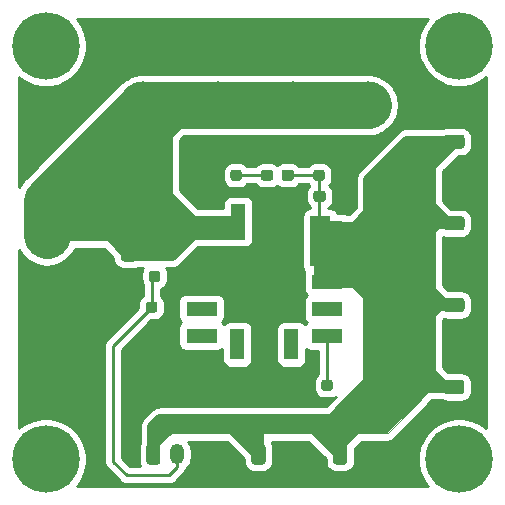
<source format=gtl>
%TF.GenerationSoftware,KiCad,Pcbnew,(5.1.9)-1*%
%TF.CreationDate,2021-06-05T23:50:19+09:00*%
%TF.ProjectId,universal_power_board,756e6976-6572-4736-916c-5f706f776572,rev?*%
%TF.SameCoordinates,Original*%
%TF.FileFunction,Copper,L1,Top*%
%TF.FilePolarity,Positive*%
%FSLAX46Y46*%
G04 Gerber Fmt 4.6, Leading zero omitted, Abs format (unit mm)*
G04 Created by KiCad (PCBNEW (5.1.9)-1) date 2021-06-05 23:50:19*
%MOMM*%
%LPD*%
G01*
G04 APERTURE LIST*
%TA.AperFunction,NonConductor*%
%ADD10C,0.100000*%
%TD*%
%TA.AperFunction,ComponentPad*%
%ADD11C,5.700000*%
%TD*%
%TA.AperFunction,SMDPad,CuDef*%
%ADD12R,1.270000X2.159000*%
%TD*%
%TA.AperFunction,SMDPad,CuDef*%
%ADD13R,2.159000X1.270000*%
%TD*%
%TA.AperFunction,SMDPad,CuDef*%
%ADD14R,1.270000X2.659000*%
%TD*%
%TA.AperFunction,SMDPad,CuDef*%
%ADD15R,2.659000X1.270000*%
%TD*%
%TA.AperFunction,SMDPad,CuDef*%
%ADD16R,1.730000X4.320000*%
%TD*%
%TA.AperFunction,SMDPad,CuDef*%
%ADD17R,3.720000X2.030000*%
%TD*%
%TA.AperFunction,SMDPad,CuDef*%
%ADD18R,4.020000X2.030000*%
%TD*%
%TA.AperFunction,ComponentPad*%
%ADD19C,4.000000*%
%TD*%
%TA.AperFunction,ComponentPad*%
%ADD20R,3.800000X3.800000*%
%TD*%
%TA.AperFunction,ComponentPad*%
%ADD21O,1.200000X1.750000*%
%TD*%
%TA.AperFunction,ComponentPad*%
%ADD22O,1.750000X1.200000*%
%TD*%
%TA.AperFunction,ComponentPad*%
%ADD23C,3.800000*%
%TD*%
%TA.AperFunction,ViaPad*%
%ADD24C,0.800000*%
%TD*%
%TA.AperFunction,Conductor*%
%ADD25C,4.000000*%
%TD*%
%TA.AperFunction,Conductor*%
%ADD26C,1.000000*%
%TD*%
%TA.AperFunction,Conductor*%
%ADD27C,0.250000*%
%TD*%
%TA.AperFunction,Conductor*%
%ADD28C,0.254000*%
%TD*%
%TA.AperFunction,Conductor*%
%ADD29C,0.100000*%
%TD*%
G04 APERTURE END LIST*
D10*
G36*
X129379980Y-85217000D02*
G01*
X125384560Y-85120480D01*
X126753620Y-67899280D01*
X129443480Y-65742820D01*
X129379980Y-85217000D01*
G37*
X129379980Y-85217000D02*
X125384560Y-85120480D01*
X126753620Y-67899280D01*
X129443480Y-65742820D01*
X129379980Y-85217000D01*
G36*
X130703320Y-64942720D02*
G01*
X127238760Y-68480940D01*
X129951480Y-71412100D01*
X126779020Y-74609960D01*
X126949200Y-75674220D01*
X129806700Y-78557120D01*
X126705360Y-81754980D01*
X129928620Y-85242400D01*
X125882400Y-85460840D01*
X121231660Y-90426540D01*
X120456960Y-90307160D01*
X118252240Y-88247220D01*
X114546380Y-88343740D01*
X114424460Y-90766900D01*
X111881920Y-88320880D01*
X107035600Y-88440260D01*
X105704640Y-90063320D01*
X105727500Y-88320880D01*
X121206260Y-87909400D01*
X123921520Y-85145880D01*
X123944380Y-78145640D01*
X122298460Y-76547980D01*
X119705120Y-76426060D01*
X119753380Y-72080120D01*
X122565160Y-71958200D01*
X123774200Y-70479920D01*
X123992640Y-67792600D01*
X126949200Y-64871600D01*
X130703320Y-64942720D01*
G37*
X130703320Y-64942720D02*
X127238760Y-68480940D01*
X129951480Y-71412100D01*
X126779020Y-74609960D01*
X126949200Y-75674220D01*
X129806700Y-78557120D01*
X126705360Y-81754980D01*
X129928620Y-85242400D01*
X125882400Y-85460840D01*
X121231660Y-90426540D01*
X120456960Y-90307160D01*
X118252240Y-88247220D01*
X114546380Y-88343740D01*
X114424460Y-90766900D01*
X111881920Y-88320880D01*
X107035600Y-88440260D01*
X105704640Y-90063320D01*
X105727500Y-88320880D01*
X121206260Y-87909400D01*
X123921520Y-85145880D01*
X123944380Y-78145640D01*
X122298460Y-76547980D01*
X119705120Y-76426060D01*
X119753380Y-72080120D01*
X122565160Y-71958200D01*
X123774200Y-70479920D01*
X123992640Y-67792600D01*
X126949200Y-64871600D01*
X130703320Y-64942720D01*
G36*
X129415540Y-85359240D02*
G01*
X125430280Y-89428320D01*
X106103420Y-89428320D01*
X107094020Y-88237060D01*
X120807480Y-88308180D01*
X124152660Y-85272880D01*
X129415540Y-85359240D01*
G37*
X129415540Y-85359240D02*
X125430280Y-89428320D01*
X106103420Y-89428320D01*
X107094020Y-88237060D01*
X120807480Y-88308180D01*
X124152660Y-85272880D01*
X129415540Y-85359240D01*
G36*
X109621320Y-71038720D02*
G01*
X109639100Y-72966580D01*
X108386880Y-72984360D01*
X108427520Y-71031100D01*
X109621320Y-71038720D01*
G37*
X109621320Y-71038720D02*
X109639100Y-72966580D01*
X108386880Y-72984360D01*
X108427520Y-71031100D01*
X109621320Y-71038720D01*
G36*
X106680000Y-64135000D02*
G01*
X106680000Y-69215000D01*
X109220000Y-71755000D01*
X107315000Y-74295000D01*
X103505000Y-74295000D01*
X101600000Y-72390000D01*
X97790000Y-73025000D01*
X97790000Y-69850000D01*
X104775000Y-62865000D01*
X107315000Y-62865000D01*
X106680000Y-64135000D01*
G37*
X106680000Y-64135000D02*
X106680000Y-69215000D01*
X109220000Y-71755000D01*
X107315000Y-74295000D01*
X103505000Y-74295000D01*
X101600000Y-72390000D01*
X97790000Y-73025000D01*
X97790000Y-69850000D01*
X104775000Y-62865000D01*
X107315000Y-62865000D01*
X106680000Y-64135000D01*
D11*
%TO.P,H3,1*%
%TO.N,N/C*%
X96445001Y-56615001D03*
%TD*%
D12*
%TO.P,U1,3*%
%TO.N,GND*%
X117338670Y-71005300D03*
X114870670Y-71005300D03*
D13*
%TO.P,U1,4*%
%TO.N,+5V*%
X120519000Y-72005000D03*
D12*
%TO.P,U1,2*%
%TO.N,+BATT*%
X112759058Y-71005300D03*
D13*
X109388560Y-72005000D03*
D14*
%TO.P,U1,12*%
%TO.N,Net-(U1-Pad12)*%
X117245130Y-81889410D03*
D15*
%TO.P,U1,11*%
%TO.N,Net-(U1-Pad11)*%
X120269000Y-78863000D03*
%TO.P,U1,10*%
%TO.N,Net-(U1-Pad10)*%
X109638560Y-78863000D03*
%TO.P,U1,9*%
%TO.N,Net-(U1-Pad9)*%
X109638560Y-81153000D03*
D14*
%TO.P,U1,8*%
%TO.N,Net-(U1-Pad8)*%
X112675130Y-81889410D03*
%TO.P,U1,7*%
%TO.N,GND*%
X114965130Y-81889410D03*
D15*
%TO.P,U1,6*%
%TO.N,Net-(R4-Pad1)*%
X120269000Y-81153000D03*
%TO.P,U1,5*%
%TO.N,+5V*%
X120269000Y-76573000D03*
D16*
%TO.P,U1,4*%
X119685130Y-73143000D03*
D17*
%TO.P,U1,3*%
%TO.N,GND*%
X116105130Y-72003000D03*
D18*
%TO.P,U1,2*%
%TO.N,+BATT*%
X111375130Y-72003000D03*
D15*
%TO.P,U1,1*%
%TO.N,GND*%
X109638560Y-76573000D03*
%TD*%
%TO.P,R5,2*%
%TO.N,GND*%
%TA.AperFunction,SMDPad,CuDef*%
G36*
G01*
X111231500Y-67326500D02*
X111231500Y-67801500D01*
G75*
G02*
X110994000Y-68039000I-237500J0D01*
G01*
X110494000Y-68039000D01*
G75*
G02*
X110256500Y-67801500I0J237500D01*
G01*
X110256500Y-67326500D01*
G75*
G02*
X110494000Y-67089000I237500J0D01*
G01*
X110994000Y-67089000D01*
G75*
G02*
X111231500Y-67326500I0J-237500D01*
G01*
G37*
%TD.AperFunction*%
%TO.P,R5,1*%
%TO.N,Net-(D1-Pad1)*%
%TA.AperFunction,SMDPad,CuDef*%
G36*
G01*
X113056500Y-67326500D02*
X113056500Y-67801500D01*
G75*
G02*
X112819000Y-68039000I-237500J0D01*
G01*
X112319000Y-68039000D01*
G75*
G02*
X112081500Y-67801500I0J237500D01*
G01*
X112081500Y-67326500D01*
G75*
G02*
X112319000Y-67089000I237500J0D01*
G01*
X112819000Y-67089000D01*
G75*
G02*
X113056500Y-67326500I0J-237500D01*
G01*
G37*
%TD.AperFunction*%
%TD*%
%TO.P,R4,2*%
%TO.N,GND*%
%TA.AperFunction,SMDPad,CuDef*%
G36*
G01*
X118931500Y-85106500D02*
X118931500Y-85581500D01*
G75*
G02*
X118694000Y-85819000I-237500J0D01*
G01*
X118194000Y-85819000D01*
G75*
G02*
X117956500Y-85581500I0J237500D01*
G01*
X117956500Y-85106500D01*
G75*
G02*
X118194000Y-84869000I237500J0D01*
G01*
X118694000Y-84869000D01*
G75*
G02*
X118931500Y-85106500I0J-237500D01*
G01*
G37*
%TD.AperFunction*%
%TO.P,R4,1*%
%TO.N,Net-(R4-Pad1)*%
%TA.AperFunction,SMDPad,CuDef*%
G36*
G01*
X120756500Y-85106500D02*
X120756500Y-85581500D01*
G75*
G02*
X120519000Y-85819000I-237500J0D01*
G01*
X120019000Y-85819000D01*
G75*
G02*
X119781500Y-85581500I0J237500D01*
G01*
X119781500Y-85106500D01*
G75*
G02*
X120019000Y-84869000I237500J0D01*
G01*
X120519000Y-84869000D01*
G75*
G02*
X120756500Y-85106500I0J-237500D01*
G01*
G37*
%TD.AperFunction*%
%TD*%
%TO.P,R3,2*%
%TO.N,GND*%
%TA.AperFunction,SMDPad,CuDef*%
G36*
G01*
X120924500Y-67801500D02*
X120924500Y-67326500D01*
G75*
G02*
X121162000Y-67089000I237500J0D01*
G01*
X121662000Y-67089000D01*
G75*
G02*
X121899500Y-67326500I0J-237500D01*
G01*
X121899500Y-67801500D01*
G75*
G02*
X121662000Y-68039000I-237500J0D01*
G01*
X121162000Y-68039000D01*
G75*
G02*
X120924500Y-67801500I0J237500D01*
G01*
G37*
%TD.AperFunction*%
%TO.P,R3,1*%
%TO.N,+5V*%
%TA.AperFunction,SMDPad,CuDef*%
G36*
G01*
X119099500Y-67801500D02*
X119099500Y-67326500D01*
G75*
G02*
X119337000Y-67089000I237500J0D01*
G01*
X119837000Y-67089000D01*
G75*
G02*
X120074500Y-67326500I0J-237500D01*
G01*
X120074500Y-67801500D01*
G75*
G02*
X119837000Y-68039000I-237500J0D01*
G01*
X119337000Y-68039000D01*
G75*
G02*
X119099500Y-67801500I0J237500D01*
G01*
G37*
%TD.AperFunction*%
%TD*%
%TO.P,R2,1*%
%TO.N,Net-(J1-Pad2)*%
%TA.AperFunction,SMDPad,CuDef*%
G36*
G01*
X105897500Y-78502500D02*
X105897500Y-78977500D01*
G75*
G02*
X105660000Y-79215000I-237500J0D01*
G01*
X105160000Y-79215000D01*
G75*
G02*
X104922500Y-78977500I0J237500D01*
G01*
X104922500Y-78502500D01*
G75*
G02*
X105160000Y-78265000I237500J0D01*
G01*
X105660000Y-78265000D01*
G75*
G02*
X105897500Y-78502500I0J-237500D01*
G01*
G37*
%TD.AperFunction*%
%TO.P,R2,2*%
%TO.N,GND*%
%TA.AperFunction,SMDPad,CuDef*%
G36*
G01*
X104072500Y-78502500D02*
X104072500Y-78977500D01*
G75*
G02*
X103835000Y-79215000I-237500J0D01*
G01*
X103335000Y-79215000D01*
G75*
G02*
X103097500Y-78977500I0J237500D01*
G01*
X103097500Y-78502500D01*
G75*
G02*
X103335000Y-78265000I237500J0D01*
G01*
X103835000Y-78265000D01*
G75*
G02*
X104072500Y-78502500I0J-237500D01*
G01*
G37*
%TD.AperFunction*%
%TD*%
%TO.P,R1,1*%
%TO.N,+BATT*%
%TA.AperFunction,SMDPad,CuDef*%
G36*
G01*
X105426500Y-73807500D02*
X105901500Y-73807500D01*
G75*
G02*
X106139000Y-74045000I0J-237500D01*
G01*
X106139000Y-74545000D01*
G75*
G02*
X105901500Y-74782500I-237500J0D01*
G01*
X105426500Y-74782500D01*
G75*
G02*
X105189000Y-74545000I0J237500D01*
G01*
X105189000Y-74045000D01*
G75*
G02*
X105426500Y-73807500I237500J0D01*
G01*
G37*
%TD.AperFunction*%
%TO.P,R1,2*%
%TO.N,Net-(J1-Pad2)*%
%TA.AperFunction,SMDPad,CuDef*%
G36*
G01*
X105426500Y-75632500D02*
X105901500Y-75632500D01*
G75*
G02*
X106139000Y-75870000I0J-237500D01*
G01*
X106139000Y-76370000D01*
G75*
G02*
X105901500Y-76607500I-237500J0D01*
G01*
X105426500Y-76607500D01*
G75*
G02*
X105189000Y-76370000I0J237500D01*
G01*
X105189000Y-75870000D01*
G75*
G02*
X105426500Y-75632500I237500J0D01*
G01*
G37*
%TD.AperFunction*%
%TD*%
D19*
%TO.P,J12,2*%
%TO.N,+BATT*%
X123705000Y-61642000D03*
D20*
%TO.P,J12,1*%
%TO.N,GND*%
X123705000Y-56642000D03*
%TD*%
D19*
%TO.P,J11,2*%
%TO.N,+BATT*%
X117355000Y-61642000D03*
D20*
%TO.P,J11,1*%
%TO.N,GND*%
X117355000Y-56642000D03*
%TD*%
D21*
%TO.P,J10,2*%
%TO.N,GND*%
X123376440Y-91191080D03*
%TO.P,J10,1*%
%TO.N,+5V*%
%TA.AperFunction,ComponentPad*%
G36*
G01*
X120776440Y-91816081D02*
X120776440Y-90566079D01*
G75*
G02*
X121026439Y-90316080I249999J0D01*
G01*
X121726441Y-90316080D01*
G75*
G02*
X121976440Y-90566079I0J-249999D01*
G01*
X121976440Y-91816081D01*
G75*
G02*
X121726441Y-92066080I-249999J0D01*
G01*
X121026439Y-92066080D01*
G75*
G02*
X120776440Y-91816081I0J249999D01*
G01*
G37*
%TD.AperFunction*%
%TD*%
%TO.P,J9,2*%
%TO.N,GND*%
X116457480Y-91180920D03*
%TO.P,J9,1*%
%TO.N,+5V*%
%TA.AperFunction,ComponentPad*%
G36*
G01*
X113857480Y-91805921D02*
X113857480Y-90555919D01*
G75*
G02*
X114107479Y-90305920I249999J0D01*
G01*
X114807481Y-90305920D01*
G75*
G02*
X115057480Y-90555919I0J-249999D01*
G01*
X115057480Y-91805921D01*
G75*
G02*
X114807481Y-92055920I-249999J0D01*
G01*
X114107479Y-92055920D01*
G75*
G02*
X113857480Y-91805921I0J249999D01*
G01*
G37*
%TD.AperFunction*%
%TD*%
D22*
%TO.P,J8,2*%
%TO.N,GND*%
X131028440Y-83488780D03*
%TO.P,J8,1*%
%TO.N,+5V*%
%TA.AperFunction,ComponentPad*%
G36*
G01*
X131653441Y-86088780D02*
X130403439Y-86088780D01*
G75*
G02*
X130153440Y-85838781I0J249999D01*
G01*
X130153440Y-85138779D01*
G75*
G02*
X130403439Y-84888780I249999J0D01*
G01*
X131653441Y-84888780D01*
G75*
G02*
X131903440Y-85138779I0J-249999D01*
G01*
X131903440Y-85838781D01*
G75*
G02*
X131653441Y-86088780I-249999J0D01*
G01*
G37*
%TD.AperFunction*%
%TD*%
%TO.P,J7,2*%
%TO.N,GND*%
X131038600Y-76549500D03*
%TO.P,J7,1*%
%TO.N,+5V*%
%TA.AperFunction,ComponentPad*%
G36*
G01*
X131663601Y-79149500D02*
X130413599Y-79149500D01*
G75*
G02*
X130163600Y-78899501I0J249999D01*
G01*
X130163600Y-78199499D01*
G75*
G02*
X130413599Y-77949500I249999J0D01*
G01*
X131663601Y-77949500D01*
G75*
G02*
X131913600Y-78199499I0J-249999D01*
G01*
X131913600Y-78899501D01*
G75*
G02*
X131663601Y-79149500I-249999J0D01*
G01*
G37*
%TD.AperFunction*%
%TD*%
D19*
%TO.P,J6,2*%
%TO.N,+BATT*%
X111005000Y-61642000D03*
D20*
%TO.P,J6,1*%
%TO.N,GND*%
X111005000Y-56642000D03*
%TD*%
D22*
%TO.P,J5,2*%
%TO.N,GND*%
X131030980Y-69633080D03*
%TO.P,J5,1*%
%TO.N,+5V*%
%TA.AperFunction,ComponentPad*%
G36*
G01*
X131655981Y-72233080D02*
X130405979Y-72233080D01*
G75*
G02*
X130155980Y-71983081I0J249999D01*
G01*
X130155980Y-71283079D01*
G75*
G02*
X130405979Y-71033080I249999J0D01*
G01*
X131655981Y-71033080D01*
G75*
G02*
X131905980Y-71283079I0J-249999D01*
G01*
X131905980Y-71983081D01*
G75*
G02*
X131655981Y-72233080I-249999J0D01*
G01*
G37*
%TD.AperFunction*%
%TD*%
%TO.P,J4,2*%
%TO.N,GND*%
X131030980Y-62721740D03*
%TO.P,J4,1*%
%TO.N,+5V*%
%TA.AperFunction,ComponentPad*%
G36*
G01*
X131655981Y-65321740D02*
X130405979Y-65321740D01*
G75*
G02*
X130155980Y-65071741I0J249999D01*
G01*
X130155980Y-64371739D01*
G75*
G02*
X130405979Y-64121740I249999J0D01*
G01*
X131655981Y-64121740D01*
G75*
G02*
X131905980Y-64371739I0J-249999D01*
G01*
X131905980Y-65071741D01*
G75*
G02*
X131655981Y-65321740I-249999J0D01*
G01*
G37*
%TD.AperFunction*%
%TD*%
D19*
%TO.P,J3,2*%
%TO.N,+BATT*%
X104648000Y-61642000D03*
D20*
%TO.P,J3,1*%
%TO.N,GND*%
X104648000Y-56642000D03*
%TD*%
D23*
%TO.P,J2,2*%
%TO.N,+BATT*%
X96520000Y-72644000D03*
D20*
%TO.P,J2,1*%
%TO.N,GND*%
X96520000Y-77644000D03*
%TD*%
D21*
%TO.P,J1,3*%
%TO.N,GND*%
X109564940Y-91180920D03*
%TO.P,J1,2*%
%TO.N,Net-(J1-Pad2)*%
X107564940Y-91180920D03*
%TO.P,J1,1*%
%TO.N,+5V*%
%TA.AperFunction,ComponentPad*%
G36*
G01*
X104964940Y-91805921D02*
X104964940Y-90555919D01*
G75*
G02*
X105214939Y-90305920I249999J0D01*
G01*
X105914941Y-90305920D01*
G75*
G02*
X106164940Y-90555919I0J-249999D01*
G01*
X106164940Y-91805921D01*
G75*
G02*
X105914941Y-92055920I-249999J0D01*
G01*
X105214939Y-92055920D01*
G75*
G02*
X104964940Y-91805921I0J249999D01*
G01*
G37*
%TD.AperFunction*%
%TD*%
D11*
%TO.P,H4,1*%
%TO.N,N/C*%
X131445000Y-91615000D03*
%TD*%
%TO.P,H2,1*%
%TO.N,N/C*%
X131445000Y-56615001D03*
%TD*%
%TO.P,H1,1*%
%TO.N,N/C*%
X96445001Y-91615000D03*
%TD*%
%TO.P,D1,2*%
%TO.N,+5V*%
%TA.AperFunction,SMDPad,CuDef*%
G36*
G01*
X116414000Y-67801500D02*
X116414000Y-67326500D01*
G75*
G02*
X116651500Y-67089000I237500J0D01*
G01*
X117226500Y-67089000D01*
G75*
G02*
X117464000Y-67326500I0J-237500D01*
G01*
X117464000Y-67801500D01*
G75*
G02*
X117226500Y-68039000I-237500J0D01*
G01*
X116651500Y-68039000D01*
G75*
G02*
X116414000Y-67801500I0J237500D01*
G01*
G37*
%TD.AperFunction*%
%TO.P,D1,1*%
%TO.N,Net-(D1-Pad1)*%
%TA.AperFunction,SMDPad,CuDef*%
G36*
G01*
X114664000Y-67801500D02*
X114664000Y-67326500D01*
G75*
G02*
X114901500Y-67089000I237500J0D01*
G01*
X115476500Y-67089000D01*
G75*
G02*
X115714000Y-67326500I0J-237500D01*
G01*
X115714000Y-67801500D01*
G75*
G02*
X115476500Y-68039000I-237500J0D01*
G01*
X114901500Y-68039000D01*
G75*
G02*
X114664000Y-67801500I0J237500D01*
G01*
G37*
%TD.AperFunction*%
%TD*%
%TO.P,C2,2*%
%TO.N,GND*%
%TA.AperFunction,SMDPad,CuDef*%
G36*
G01*
X120859000Y-69579500D02*
X120859000Y-69104500D01*
G75*
G02*
X121096500Y-68867000I237500J0D01*
G01*
X121671500Y-68867000D01*
G75*
G02*
X121909000Y-69104500I0J-237500D01*
G01*
X121909000Y-69579500D01*
G75*
G02*
X121671500Y-69817000I-237500J0D01*
G01*
X121096500Y-69817000D01*
G75*
G02*
X120859000Y-69579500I0J237500D01*
G01*
G37*
%TD.AperFunction*%
%TO.P,C2,1*%
%TO.N,+5V*%
%TA.AperFunction,SMDPad,CuDef*%
G36*
G01*
X119109000Y-69579500D02*
X119109000Y-69104500D01*
G75*
G02*
X119346500Y-68867000I237500J0D01*
G01*
X119921500Y-68867000D01*
G75*
G02*
X120159000Y-69104500I0J-237500D01*
G01*
X120159000Y-69579500D01*
G75*
G02*
X119921500Y-69817000I-237500J0D01*
G01*
X119346500Y-69817000D01*
G75*
G02*
X119109000Y-69579500I0J237500D01*
G01*
G37*
%TD.AperFunction*%
%TD*%
%TO.P,C1,1*%
%TO.N,+BATT*%
%TA.AperFunction,SMDPad,CuDef*%
G36*
G01*
X103054999Y-73720000D02*
X103955001Y-73720000D01*
G75*
G02*
X104205000Y-73969999I0J-249999D01*
G01*
X104205000Y-74620001D01*
G75*
G02*
X103955001Y-74870000I-249999J0D01*
G01*
X103054999Y-74870000D01*
G75*
G02*
X102805000Y-74620001I0J249999D01*
G01*
X102805000Y-73969999D01*
G75*
G02*
X103054999Y-73720000I249999J0D01*
G01*
G37*
%TD.AperFunction*%
%TO.P,C1,2*%
%TO.N,GND*%
%TA.AperFunction,SMDPad,CuDef*%
G36*
G01*
X103054999Y-75770000D02*
X103955001Y-75770000D01*
G75*
G02*
X104205000Y-76019999I0J-249999D01*
G01*
X104205000Y-76670001D01*
G75*
G02*
X103955001Y-76920000I-249999J0D01*
G01*
X103054999Y-76920000D01*
G75*
G02*
X102805000Y-76670001I0J249999D01*
G01*
X102805000Y-76019999D01*
G75*
G02*
X103054999Y-75770000I249999J0D01*
G01*
G37*
%TD.AperFunction*%
%TD*%
D24*
%TO.N,GND*%
X112920780Y-75250040D03*
X114825780Y-75250040D03*
X116730780Y-75250040D03*
X116730780Y-77155040D03*
X114825780Y-77155040D03*
X112920780Y-77155040D03*
X112920780Y-79060040D03*
X114825780Y-79060040D03*
X116730780Y-79060040D03*
%TO.N,+BATT*%
X102870000Y-66040000D03*
X100965000Y-66040000D03*
X100965000Y-67945000D03*
X100965000Y-64135000D03*
X102870000Y-64135000D03*
X99060000Y-69850000D03*
X99060000Y-67945000D03*
X99060000Y-66040000D03*
X97155000Y-67945000D03*
X97155000Y-69850000D03*
X104775000Y-64135000D03*
X106680000Y-64135000D03*
X104775000Y-69850000D03*
X102870000Y-71755000D03*
X104775000Y-71755000D03*
X100965000Y-71755000D03*
X100965000Y-69850000D03*
X102870000Y-69850000D03*
X102870000Y-67945000D03*
X104775000Y-67945000D03*
X104775000Y-66040000D03*
X106680000Y-66040000D03*
X106680000Y-67945000D03*
X106680000Y-69850000D03*
X106680000Y-71755000D03*
%TO.N,+5V*%
X126730000Y-69850000D03*
X124825000Y-69850000D03*
X124825000Y-67945000D03*
X126730000Y-67945000D03*
X126730000Y-71755000D03*
X124825000Y-71755000D03*
X124825000Y-73660000D03*
X126730000Y-73660000D03*
X124825000Y-77470000D03*
X124825000Y-81280000D03*
X126730000Y-81280000D03*
X126730000Y-79375000D03*
X124825000Y-79375000D03*
X126730000Y-77470000D03*
X126730000Y-75565000D03*
X124825000Y-75565000D03*
X124825000Y-83185000D03*
X126730000Y-83185000D03*
X126730000Y-85090000D03*
X124825000Y-85090000D03*
%TD*%
D25*
%TO.N,GND*%
X123825000Y-56642000D02*
X104648000Y-56642000D01*
D26*
%TO.N,+BATT*%
X101854000Y-72644000D02*
X103505000Y-74295000D01*
X103505000Y-74295000D02*
X105664000Y-74295000D01*
X107098560Y-74295000D02*
X109388560Y-72005000D01*
X105664000Y-74295000D02*
X107098560Y-74295000D01*
X96520000Y-72644000D02*
X101854000Y-72644000D01*
X106680000Y-69296440D02*
X109388560Y-72005000D01*
X106680000Y-64135000D02*
X106680000Y-69296440D01*
X111125000Y-61642000D02*
X109173000Y-61642000D01*
D25*
X96520000Y-69770000D02*
X104648000Y-61642000D01*
X96520000Y-72644000D02*
X96520000Y-69770000D01*
D26*
X102870000Y-67945000D02*
X102870000Y-66040000D01*
X102870000Y-66040000D02*
X104775000Y-66040000D01*
X104775000Y-66040000D02*
X104775000Y-69850000D01*
X101470460Y-67945000D02*
X100965000Y-67945000D01*
X102870000Y-69344540D02*
X101470460Y-67945000D01*
X100965000Y-67945000D02*
X100965000Y-69850000D01*
X102870000Y-69850000D02*
X102870000Y-68531740D01*
X102870000Y-68531740D02*
X102870000Y-69344540D01*
X102870000Y-67945000D02*
X102870000Y-68531740D01*
X109173000Y-61642000D02*
X106680000Y-64135000D01*
D25*
X104648000Y-61642000D02*
X123705000Y-61642000D01*
D27*
%TO.N,+5V*%
X116939000Y-67564000D02*
X119587000Y-67564000D01*
X119587000Y-73044870D02*
X119685130Y-73143000D01*
X119587000Y-67564000D02*
X119587000Y-73044870D01*
X120519000Y-72309130D02*
X119685130Y-73143000D01*
X120519000Y-72005000D02*
X120519000Y-72309130D01*
D26*
X123825000Y-77799500D02*
X123825000Y-85090000D01*
X122598500Y-76573000D02*
X123825000Y-77799500D01*
X120269000Y-76573000D02*
X122598500Y-76573000D01*
X119685130Y-75989130D02*
X120269000Y-76573000D01*
X119685130Y-73143000D02*
X119685130Y-75989130D01*
X123825000Y-70778500D02*
X122598500Y-72005000D01*
X122598500Y-72005000D02*
X120519000Y-72005000D01*
X123825000Y-67945000D02*
X123825000Y-70778500D01*
X127048260Y-64721740D02*
X123825000Y-67945000D01*
X131030980Y-64721740D02*
X127048260Y-64721740D01*
X126851920Y-71633080D02*
X126730000Y-71755000D01*
X124575000Y-78549500D02*
X123825000Y-77799500D01*
X131038600Y-78549500D02*
X124575000Y-78549500D01*
X124223780Y-85488780D02*
X123825000Y-85090000D01*
X126730000Y-69022720D02*
X131030980Y-64721740D01*
X126730000Y-82065340D02*
X126730000Y-76768200D01*
X130153440Y-85488780D02*
X126730000Y-82065340D01*
X131028440Y-85488780D02*
X130153440Y-85488780D01*
X126730000Y-75115900D02*
X126730000Y-73483980D01*
X130163600Y-78549500D02*
X126730000Y-75115900D01*
X131038600Y-78549500D02*
X130163600Y-78549500D01*
X126730000Y-73483980D02*
X126730000Y-69022720D01*
X129776220Y-78549500D02*
X126730000Y-81595720D01*
X131038600Y-78549500D02*
X129776220Y-78549500D01*
X126730000Y-81595720D02*
X126730000Y-76768200D01*
X126730000Y-85090000D02*
X126730000Y-81595720D01*
X126730000Y-74465940D02*
X126730000Y-73483980D01*
X126730000Y-76768200D02*
X126730000Y-74465940D01*
X105564940Y-90305920D02*
X107605860Y-88265000D01*
X105564940Y-91180920D02*
X105564940Y-90305920D01*
X114457480Y-88325960D02*
X114396520Y-88265000D01*
X114457480Y-91180920D02*
X114457480Y-88325960D01*
X122722640Y-86192360D02*
X123825000Y-85090000D01*
X121376440Y-87538560D02*
X122722640Y-86192360D01*
X121376440Y-91191080D02*
X121376440Y-87538560D01*
X120650000Y-88265000D02*
X123825000Y-85090000D01*
X118790720Y-88605360D02*
X118790720Y-88265000D01*
X121376440Y-91191080D02*
X118790720Y-88605360D01*
X118790720Y-88265000D02*
X120650000Y-88265000D01*
X111541560Y-88265000D02*
X111439960Y-88265000D01*
X114457480Y-91180920D02*
X111541560Y-88265000D01*
X111439960Y-88265000D02*
X114396520Y-88265000D01*
X107605860Y-88265000D02*
X111439960Y-88265000D01*
X105564940Y-91180920D02*
X105564940Y-88859360D01*
X106159300Y-88265000D02*
X107605860Y-88265000D01*
X105564940Y-88859360D02*
X106159300Y-88265000D01*
X126203740Y-85488780D02*
X126598680Y-85488780D01*
X121376440Y-90316080D02*
X126203740Y-85488780D01*
X121376440Y-91191080D02*
X121376440Y-90316080D01*
X126598680Y-85488780D02*
X124223780Y-85488780D01*
X131028440Y-85488780D02*
X126598680Y-85488780D01*
X114396520Y-88265000D02*
X118790720Y-88265000D01*
X131030980Y-71633080D02*
X130418080Y-71633080D01*
X131030980Y-71633080D02*
X129562860Y-71633080D01*
X129562860Y-71633080D02*
X126730000Y-74465940D01*
X131030980Y-71633080D02*
X126851920Y-71633080D01*
X130418080Y-71633080D02*
X126730000Y-67945000D01*
D27*
%TO.N,Net-(D1-Pad1)*%
X115189000Y-67564000D02*
X112569000Y-67564000D01*
%TO.N,Net-(J1-Pad2)*%
X105410000Y-76374000D02*
X105664000Y-76120000D01*
X105410000Y-78740000D02*
X105410000Y-76374000D01*
X102141020Y-82008980D02*
X105410000Y-78740000D01*
X107564940Y-92305920D02*
X106906860Y-92964000D01*
X107564940Y-91180920D02*
X107564940Y-92305920D01*
X106906860Y-92964000D02*
X103291640Y-92964000D01*
X102141020Y-91813380D02*
X102141020Y-88988900D01*
X103291640Y-92964000D02*
X102141020Y-91813380D01*
X102141020Y-88988900D02*
X102141020Y-82008980D01*
X102141020Y-89265760D02*
X102141020Y-88988900D01*
%TO.N,Net-(R4-Pad1)*%
X120269000Y-81153000D02*
X120269000Y-85344000D01*
%TD*%
D28*
%TO.N,GND*%
X128738024Y-54393443D02*
X128356633Y-54964235D01*
X128093927Y-55598464D01*
X127960000Y-56271759D01*
X127960000Y-56958243D01*
X128093927Y-57631538D01*
X128356633Y-58265767D01*
X128738024Y-58836559D01*
X129223442Y-59321977D01*
X129794234Y-59703368D01*
X130428463Y-59966074D01*
X131101758Y-60100001D01*
X131788242Y-60100001D01*
X132461537Y-59966074D01*
X133095766Y-59703368D01*
X133666558Y-59321977D01*
X133710000Y-59278535D01*
X133710001Y-88951467D01*
X133666558Y-88908024D01*
X133095766Y-88526633D01*
X132461537Y-88263927D01*
X131788242Y-88130000D01*
X131101758Y-88130000D01*
X130428463Y-88263927D01*
X129794234Y-88526633D01*
X129223442Y-88908024D01*
X128738024Y-89393442D01*
X128356633Y-89964234D01*
X128093927Y-90598463D01*
X127960000Y-91271758D01*
X127960000Y-91958242D01*
X128093927Y-92631537D01*
X128356633Y-93265766D01*
X128738024Y-93836558D01*
X128781466Y-93880000D01*
X99108535Y-93880000D01*
X99151977Y-93836558D01*
X99533368Y-93265766D01*
X99796074Y-92631537D01*
X99930001Y-91958242D01*
X99930001Y-91271758D01*
X99796074Y-90598463D01*
X99533368Y-89964234D01*
X99151977Y-89393442D01*
X98666559Y-88908024D01*
X98095767Y-88526633D01*
X97461538Y-88263927D01*
X96788243Y-88130000D01*
X96101759Y-88130000D01*
X95428464Y-88263927D01*
X94794235Y-88526633D01*
X94223443Y-88908024D01*
X94180001Y-88951466D01*
X94180001Y-73855939D01*
X94318477Y-74115010D01*
X94647759Y-74516241D01*
X95048989Y-74845523D01*
X95506750Y-75090201D01*
X96003450Y-75240873D01*
X96520000Y-75291749D01*
X97036549Y-75240873D01*
X97533249Y-75090201D01*
X97991010Y-74845523D01*
X98392241Y-74516241D01*
X98721523Y-74115011D01*
X98901124Y-73779000D01*
X101383869Y-73779000D01*
X102166928Y-74562060D01*
X102166928Y-74620001D01*
X102183992Y-74793255D01*
X102234528Y-74959851D01*
X102316595Y-75113387D01*
X102427038Y-75247962D01*
X102561613Y-75358405D01*
X102715149Y-75440472D01*
X102881745Y-75491008D01*
X103054999Y-75508072D01*
X103955001Y-75508072D01*
X104128255Y-75491008D01*
X104294851Y-75440472D01*
X104314443Y-75430000D01*
X104673664Y-75430000D01*
X104617577Y-75534933D01*
X104567752Y-75699184D01*
X104550928Y-75870000D01*
X104550928Y-76370000D01*
X104567752Y-76540816D01*
X104617577Y-76705067D01*
X104650001Y-76765728D01*
X104650000Y-77793821D01*
X104540877Y-77883377D01*
X104431988Y-78016058D01*
X104351077Y-78167433D01*
X104301252Y-78331684D01*
X104284428Y-78502500D01*
X104284428Y-78790770D01*
X101630018Y-81445181D01*
X101601020Y-81468979D01*
X101577222Y-81497977D01*
X101577221Y-81497978D01*
X101506046Y-81584704D01*
X101435474Y-81716734D01*
X101392018Y-81859995D01*
X101377344Y-82008980D01*
X101381021Y-82046312D01*
X101381020Y-88951567D01*
X101381020Y-89303092D01*
X101381021Y-89303101D01*
X101381020Y-91776057D01*
X101377344Y-91813380D01*
X101381020Y-91850702D01*
X101381020Y-91850712D01*
X101392017Y-91962365D01*
X101425856Y-92073918D01*
X101435474Y-92105626D01*
X101506046Y-92237656D01*
X101532120Y-92269427D01*
X101601019Y-92353381D01*
X101630022Y-92377183D01*
X102727845Y-93475008D01*
X102751639Y-93504001D01*
X102780632Y-93527795D01*
X102780636Y-93527799D01*
X102851325Y-93585811D01*
X102867364Y-93598974D01*
X102999393Y-93669546D01*
X103142654Y-93713003D01*
X103254307Y-93724000D01*
X103254316Y-93724000D01*
X103291639Y-93727676D01*
X103328962Y-93724000D01*
X106869538Y-93724000D01*
X106906860Y-93727676D01*
X106944182Y-93724000D01*
X106944193Y-93724000D01*
X107055846Y-93713003D01*
X107199107Y-93669546D01*
X107331136Y-93598974D01*
X107446861Y-93504001D01*
X107470663Y-93474998D01*
X108075942Y-92869720D01*
X108104941Y-92845921D01*
X108199914Y-92730196D01*
X108270486Y-92598167D01*
X108313943Y-92454906D01*
X108315660Y-92437469D01*
X108442442Y-92333422D01*
X108596773Y-92145369D01*
X108711451Y-91930820D01*
X108782070Y-91698021D01*
X108799940Y-91516584D01*
X108799940Y-90845255D01*
X108782070Y-90663818D01*
X108711451Y-90431019D01*
X108596773Y-90216471D01*
X108512119Y-90113320D01*
X111784748Y-90113320D01*
X113219408Y-91547981D01*
X113219408Y-91805921D01*
X113236472Y-91979175D01*
X113287008Y-92145771D01*
X113369075Y-92299307D01*
X113479518Y-92433882D01*
X113614093Y-92544325D01*
X113767629Y-92626392D01*
X113934225Y-92676928D01*
X114107479Y-92693992D01*
X114807481Y-92693992D01*
X114980735Y-92676928D01*
X115147331Y-92626392D01*
X115300867Y-92544325D01*
X115435442Y-92433882D01*
X115545885Y-92299307D01*
X115627952Y-92145771D01*
X115678488Y-91979175D01*
X115695552Y-91805921D01*
X115695552Y-90555919D01*
X115678488Y-90382665D01*
X115627952Y-90216069D01*
X115592480Y-90149706D01*
X115592480Y-90113320D01*
X118693549Y-90113320D01*
X120138368Y-91558140D01*
X120138368Y-91816081D01*
X120155432Y-91989335D01*
X120205968Y-92155931D01*
X120288035Y-92309467D01*
X120398478Y-92444042D01*
X120533053Y-92554485D01*
X120686589Y-92636552D01*
X120853185Y-92687088D01*
X121026439Y-92704152D01*
X121726441Y-92704152D01*
X121899695Y-92687088D01*
X122066291Y-92636552D01*
X122219827Y-92554485D01*
X122354402Y-92444042D01*
X122464845Y-92309467D01*
X122546912Y-92155931D01*
X122597448Y-91989335D01*
X122614512Y-91816081D01*
X122614512Y-90683139D01*
X123184331Y-90113320D01*
X125430280Y-90113320D01*
X125494762Y-90106997D01*
X125563287Y-90100283D01*
X125563310Y-90100276D01*
X125563331Y-90100274D01*
X125628071Y-90080728D01*
X125691272Y-90061651D01*
X125691292Y-90061640D01*
X125691313Y-90061634D01*
X125751867Y-90029437D01*
X125809315Y-89998896D01*
X125809332Y-89998882D01*
X125809353Y-89998871D01*
X125870950Y-89948634D01*
X125912922Y-89914407D01*
X125912948Y-89914381D01*
X125912954Y-89914376D01*
X125912960Y-89914369D01*
X125919662Y-89907621D01*
X129135858Y-86623780D01*
X129997226Y-86623780D01*
X130063589Y-86659252D01*
X130230185Y-86709788D01*
X130403439Y-86726852D01*
X131653441Y-86726852D01*
X131826695Y-86709788D01*
X131993291Y-86659252D01*
X132146827Y-86577185D01*
X132281402Y-86466742D01*
X132391845Y-86332167D01*
X132473912Y-86178631D01*
X132524448Y-86012035D01*
X132541512Y-85838781D01*
X132541512Y-85138779D01*
X132524448Y-84965525D01*
X132473912Y-84798929D01*
X132391845Y-84645393D01*
X132281402Y-84510818D01*
X132146827Y-84400375D01*
X131993291Y-84318308D01*
X131826695Y-84267772D01*
X131653441Y-84250708D01*
X130520500Y-84250708D01*
X130069604Y-83799813D01*
X130082489Y-79848364D01*
X130178964Y-79751888D01*
X130240345Y-79770508D01*
X130413599Y-79787572D01*
X131663601Y-79787572D01*
X131836855Y-79770508D01*
X132003451Y-79719972D01*
X132156987Y-79637905D01*
X132291562Y-79527462D01*
X132402005Y-79392887D01*
X132484072Y-79239351D01*
X132534608Y-79072755D01*
X132551672Y-78899501D01*
X132551672Y-78199499D01*
X132534608Y-78026245D01*
X132484072Y-77859649D01*
X132402005Y-77706113D01*
X132291562Y-77571538D01*
X132156987Y-77461095D01*
X132003451Y-77379028D01*
X131836855Y-77328492D01*
X131663601Y-77311428D01*
X130530661Y-77311428D01*
X130092191Y-76872958D01*
X130105421Y-72815471D01*
X130232725Y-72854088D01*
X130405979Y-72871152D01*
X131655981Y-72871152D01*
X131829235Y-72854088D01*
X131995831Y-72803552D01*
X132149367Y-72721485D01*
X132283942Y-72611042D01*
X132394385Y-72476467D01*
X132476452Y-72322931D01*
X132526988Y-72156335D01*
X132544052Y-71983081D01*
X132544052Y-71283079D01*
X132526988Y-71109825D01*
X132476452Y-70943229D01*
X132394385Y-70789693D01*
X132283942Y-70655118D01*
X132149367Y-70544675D01*
X131995831Y-70462608D01*
X131829235Y-70412072D01*
X131655981Y-70395008D01*
X130785140Y-70395008D01*
X130115497Y-69725366D01*
X130123620Y-67234231D01*
X131398040Y-65959812D01*
X131655981Y-65959812D01*
X131829235Y-65942748D01*
X131995831Y-65892212D01*
X132149367Y-65810145D01*
X132283942Y-65699702D01*
X132394385Y-65565127D01*
X132476452Y-65411591D01*
X132526988Y-65244995D01*
X132544052Y-65071741D01*
X132544052Y-64371739D01*
X132526988Y-64198485D01*
X132476452Y-64031889D01*
X132394385Y-63878353D01*
X132283942Y-63743778D01*
X132149367Y-63633335D01*
X131995831Y-63551268D01*
X131829235Y-63500732D01*
X131655981Y-63483668D01*
X130405979Y-63483668D01*
X130232725Y-63500732D01*
X130066129Y-63551268D01*
X129999766Y-63586740D01*
X127104011Y-63586740D01*
X127048259Y-63581249D01*
X126992508Y-63586740D01*
X126825761Y-63603163D01*
X126611813Y-63668064D01*
X126414637Y-63773456D01*
X126241811Y-63915291D01*
X126206269Y-63958599D01*
X123061865Y-67103004D01*
X123018551Y-67138551D01*
X122876716Y-67311377D01*
X122792624Y-67468704D01*
X122771324Y-67508554D01*
X122706423Y-67722502D01*
X122684509Y-67945000D01*
X122690000Y-68000751D01*
X122690001Y-70308367D01*
X122128369Y-70870000D01*
X121990204Y-70870000D01*
X121952994Y-70839463D01*
X121842680Y-70780498D01*
X121722982Y-70744188D01*
X121598500Y-70731928D01*
X121135948Y-70731928D01*
X121080667Y-70628506D01*
X121001315Y-70531815D01*
X120904624Y-70452463D01*
X120794310Y-70393498D01*
X120674612Y-70357188D01*
X120550130Y-70344928D01*
X120347000Y-70344928D01*
X120347000Y-70340086D01*
X120407942Y-70307512D01*
X120540623Y-70198623D01*
X120649512Y-70065942D01*
X120730423Y-69914567D01*
X120780248Y-69750316D01*
X120797072Y-69579500D01*
X120797072Y-69104500D01*
X120780248Y-68933684D01*
X120730423Y-68769433D01*
X120649512Y-68618058D01*
X120540623Y-68485377D01*
X120458376Y-68417878D01*
X120565012Y-68287942D01*
X120645923Y-68136567D01*
X120695748Y-67972316D01*
X120712572Y-67801500D01*
X120712572Y-67326500D01*
X120695748Y-67155684D01*
X120645923Y-66991433D01*
X120565012Y-66840058D01*
X120456123Y-66707377D01*
X120323442Y-66598488D01*
X120172067Y-66517577D01*
X120007816Y-66467752D01*
X119837000Y-66450928D01*
X119337000Y-66450928D01*
X119166184Y-66467752D01*
X119001933Y-66517577D01*
X118850558Y-66598488D01*
X118717877Y-66707377D01*
X118638580Y-66804000D01*
X117924920Y-66804000D01*
X117845623Y-66707377D01*
X117712942Y-66598488D01*
X117561567Y-66517577D01*
X117397316Y-66467752D01*
X117226500Y-66450928D01*
X116651500Y-66450928D01*
X116480684Y-66467752D01*
X116316433Y-66517577D01*
X116165058Y-66598488D01*
X116064000Y-66681425D01*
X115962942Y-66598488D01*
X115811567Y-66517577D01*
X115647316Y-66467752D01*
X115476500Y-66450928D01*
X114901500Y-66450928D01*
X114730684Y-66467752D01*
X114566433Y-66517577D01*
X114415058Y-66598488D01*
X114282377Y-66707377D01*
X114203080Y-66804000D01*
X113517420Y-66804000D01*
X113438123Y-66707377D01*
X113305442Y-66598488D01*
X113154067Y-66517577D01*
X112989816Y-66467752D01*
X112819000Y-66450928D01*
X112319000Y-66450928D01*
X112148184Y-66467752D01*
X111983933Y-66517577D01*
X111832558Y-66598488D01*
X111699877Y-66707377D01*
X111590988Y-66840058D01*
X111510077Y-66991433D01*
X111460252Y-67155684D01*
X111443428Y-67326500D01*
X111443428Y-67801500D01*
X111460252Y-67972316D01*
X111510077Y-68136567D01*
X111590988Y-68287942D01*
X111699877Y-68420623D01*
X111832558Y-68529512D01*
X111983933Y-68610423D01*
X112148184Y-68660248D01*
X112319000Y-68677072D01*
X112819000Y-68677072D01*
X112989816Y-68660248D01*
X113154067Y-68610423D01*
X113305442Y-68529512D01*
X113438123Y-68420623D01*
X113517420Y-68324000D01*
X114203080Y-68324000D01*
X114282377Y-68420623D01*
X114415058Y-68529512D01*
X114566433Y-68610423D01*
X114730684Y-68660248D01*
X114901500Y-68677072D01*
X115476500Y-68677072D01*
X115647316Y-68660248D01*
X115811567Y-68610423D01*
X115962942Y-68529512D01*
X116064000Y-68446575D01*
X116165058Y-68529512D01*
X116316433Y-68610423D01*
X116480684Y-68660248D01*
X116651500Y-68677072D01*
X117226500Y-68677072D01*
X117397316Y-68660248D01*
X117561567Y-68610423D01*
X117712942Y-68529512D01*
X117845623Y-68420623D01*
X117924920Y-68324000D01*
X118638580Y-68324000D01*
X118717877Y-68420623D01*
X118762078Y-68456898D01*
X118727377Y-68485377D01*
X118618488Y-68618058D01*
X118537577Y-68769433D01*
X118487752Y-68933684D01*
X118470928Y-69104500D01*
X118470928Y-69579500D01*
X118487752Y-69750316D01*
X118537577Y-69914567D01*
X118618488Y-70065942D01*
X118727377Y-70198623D01*
X118827000Y-70280382D01*
X118827001Y-70344928D01*
X118820130Y-70344928D01*
X118695648Y-70357188D01*
X118575950Y-70393498D01*
X118465636Y-70452463D01*
X118368945Y-70531815D01*
X118289593Y-70628506D01*
X118230628Y-70738820D01*
X118194318Y-70858518D01*
X118182058Y-70983000D01*
X118182058Y-75303000D01*
X118194318Y-75427482D01*
X118230628Y-75547180D01*
X118289593Y-75657494D01*
X118341742Y-75721038D01*
X118313688Y-75813518D01*
X118301428Y-75938000D01*
X118301428Y-77208000D01*
X118313688Y-77332482D01*
X118349998Y-77452180D01*
X118408963Y-77562494D01*
X118488315Y-77659185D01*
X118559982Y-77718000D01*
X118488315Y-77776815D01*
X118408963Y-77873506D01*
X118349998Y-77983820D01*
X118313688Y-78103518D01*
X118301428Y-78228000D01*
X118301428Y-79498000D01*
X118313688Y-79622482D01*
X118349998Y-79742180D01*
X118408963Y-79852494D01*
X118488315Y-79949185D01*
X118559982Y-80008000D01*
X118488315Y-80066815D01*
X118408963Y-80163506D01*
X118396069Y-80187628D01*
X118331315Y-80108725D01*
X118234624Y-80029373D01*
X118124310Y-79970408D01*
X118004612Y-79934098D01*
X117880130Y-79921838D01*
X116610130Y-79921838D01*
X116485648Y-79934098D01*
X116365950Y-79970408D01*
X116255636Y-80029373D01*
X116158945Y-80108725D01*
X116079593Y-80205416D01*
X116020628Y-80315730D01*
X115984318Y-80435428D01*
X115972058Y-80559910D01*
X115972058Y-83218910D01*
X115984318Y-83343392D01*
X116020628Y-83463090D01*
X116079593Y-83573404D01*
X116158945Y-83670095D01*
X116255636Y-83749447D01*
X116365950Y-83808412D01*
X116485648Y-83844722D01*
X116610130Y-83856982D01*
X117880130Y-83856982D01*
X118004612Y-83844722D01*
X118124310Y-83808412D01*
X118234624Y-83749447D01*
X118331315Y-83670095D01*
X118410667Y-83573404D01*
X118469632Y-83463090D01*
X118505942Y-83343392D01*
X118518202Y-83218910D01*
X118518202Y-82263713D01*
X118585006Y-82318537D01*
X118695320Y-82377502D01*
X118815018Y-82413812D01*
X118939500Y-82426072D01*
X119509000Y-82426072D01*
X119509001Y-84397821D01*
X119399877Y-84487377D01*
X119290988Y-84620058D01*
X119210077Y-84771433D01*
X119160252Y-84935684D01*
X119143428Y-85106500D01*
X119143428Y-85581500D01*
X119160252Y-85752316D01*
X119210077Y-85916567D01*
X119290988Y-86067942D01*
X119399877Y-86200623D01*
X119532558Y-86309512D01*
X119683933Y-86390423D01*
X119848184Y-86440248D01*
X120019000Y-86457072D01*
X120519000Y-86457072D01*
X120689816Y-86440248D01*
X120854067Y-86390423D01*
X120994517Y-86315351D01*
X120613299Y-86696570D01*
X120569992Y-86732111D01*
X120534452Y-86775417D01*
X120179869Y-87130000D01*
X118846472Y-87130000D01*
X118790720Y-87124509D01*
X118734969Y-87130000D01*
X114452271Y-87130000D01*
X114396520Y-87124509D01*
X114340769Y-87130000D01*
X111597311Y-87130000D01*
X111541560Y-87124509D01*
X111485809Y-87130000D01*
X107661612Y-87130000D01*
X107605860Y-87124509D01*
X107550108Y-87130000D01*
X106215051Y-87130000D01*
X106159300Y-87124509D01*
X106103548Y-87130000D01*
X105936801Y-87146423D01*
X105722853Y-87211324D01*
X105525677Y-87316716D01*
X105352851Y-87458551D01*
X105317304Y-87501865D01*
X104801800Y-88017369D01*
X104758492Y-88052911D01*
X104616657Y-88225737D01*
X104568136Y-88316514D01*
X104511264Y-88422914D01*
X104446363Y-88636862D01*
X104424449Y-88859360D01*
X104429941Y-88915121D01*
X104429940Y-90149705D01*
X104394468Y-90216069D01*
X104343932Y-90382665D01*
X104326868Y-90555919D01*
X104326868Y-91805921D01*
X104343932Y-91979175D01*
X104394468Y-92145771D01*
X104425592Y-92204000D01*
X103606443Y-92204000D01*
X102901020Y-91498579D01*
X102901020Y-82323781D01*
X105371730Y-79853072D01*
X105660000Y-79853072D01*
X105830816Y-79836248D01*
X105995067Y-79786423D01*
X106146442Y-79705512D01*
X106279123Y-79596623D01*
X106388012Y-79463942D01*
X106468923Y-79312567D01*
X106518748Y-79148316D01*
X106535572Y-78977500D01*
X106535572Y-78502500D01*
X106518748Y-78331684D01*
X106487296Y-78228000D01*
X107670988Y-78228000D01*
X107670988Y-79498000D01*
X107683248Y-79622482D01*
X107719558Y-79742180D01*
X107778523Y-79852494D01*
X107857875Y-79949185D01*
X107929542Y-80008000D01*
X107857875Y-80066815D01*
X107778523Y-80163506D01*
X107719558Y-80273820D01*
X107683248Y-80393518D01*
X107670988Y-80518000D01*
X107670988Y-81788000D01*
X107683248Y-81912482D01*
X107719558Y-82032180D01*
X107778523Y-82142494D01*
X107857875Y-82239185D01*
X107954566Y-82318537D01*
X108064880Y-82377502D01*
X108184578Y-82413812D01*
X108309060Y-82426072D01*
X110968060Y-82426072D01*
X111092542Y-82413812D01*
X111212240Y-82377502D01*
X111322554Y-82318537D01*
X111402058Y-82253290D01*
X111402058Y-83218910D01*
X111414318Y-83343392D01*
X111450628Y-83463090D01*
X111509593Y-83573404D01*
X111588945Y-83670095D01*
X111685636Y-83749447D01*
X111795950Y-83808412D01*
X111915648Y-83844722D01*
X112040130Y-83856982D01*
X113310130Y-83856982D01*
X113434612Y-83844722D01*
X113554310Y-83808412D01*
X113664624Y-83749447D01*
X113761315Y-83670095D01*
X113840667Y-83573404D01*
X113899632Y-83463090D01*
X113935942Y-83343392D01*
X113948202Y-83218910D01*
X113948202Y-80559910D01*
X113935942Y-80435428D01*
X113899632Y-80315730D01*
X113840667Y-80205416D01*
X113761315Y-80108725D01*
X113664624Y-80029373D01*
X113554310Y-79970408D01*
X113434612Y-79934098D01*
X113310130Y-79921838D01*
X112040130Y-79921838D01*
X111915648Y-79934098D01*
X111795950Y-79970408D01*
X111685636Y-80029373D01*
X111588945Y-80108725D01*
X111516500Y-80197000D01*
X111498597Y-80163506D01*
X111419245Y-80066815D01*
X111347578Y-80008000D01*
X111419245Y-79949185D01*
X111498597Y-79852494D01*
X111557562Y-79742180D01*
X111593872Y-79622482D01*
X111606132Y-79498000D01*
X111606132Y-78228000D01*
X111593872Y-78103518D01*
X111557562Y-77983820D01*
X111498597Y-77873506D01*
X111419245Y-77776815D01*
X111322554Y-77697463D01*
X111212240Y-77638498D01*
X111092542Y-77602188D01*
X110968060Y-77589928D01*
X108309060Y-77589928D01*
X108184578Y-77602188D01*
X108064880Y-77638498D01*
X107954566Y-77697463D01*
X107857875Y-77776815D01*
X107778523Y-77873506D01*
X107719558Y-77983820D01*
X107683248Y-78103518D01*
X107670988Y-78228000D01*
X106487296Y-78228000D01*
X106468923Y-78167433D01*
X106388012Y-78016058D01*
X106279123Y-77883377D01*
X106170000Y-77793822D01*
X106170000Y-77199116D01*
X106236567Y-77178923D01*
X106387942Y-77098012D01*
X106520623Y-76989123D01*
X106629512Y-76856442D01*
X106710423Y-76705067D01*
X106760248Y-76540816D01*
X106777072Y-76370000D01*
X106777072Y-75870000D01*
X106760248Y-75699184D01*
X106710423Y-75534933D01*
X106654336Y-75430000D01*
X107042809Y-75430000D01*
X107098560Y-75435491D01*
X107154311Y-75430000D01*
X107154312Y-75430000D01*
X107321059Y-75413577D01*
X107535007Y-75348676D01*
X107732183Y-75243284D01*
X107905009Y-75101449D01*
X107940556Y-75058135D01*
X109342836Y-73655856D01*
X109360401Y-73655606D01*
X109365130Y-73656072D01*
X113385130Y-73656072D01*
X113509612Y-73643812D01*
X113629310Y-73607502D01*
X113739624Y-73548537D01*
X113836315Y-73469185D01*
X113915667Y-73372494D01*
X113974632Y-73262180D01*
X114010942Y-73142482D01*
X114023202Y-73018000D01*
X114023202Y-72175451D01*
X114032130Y-72084800D01*
X114032130Y-69925800D01*
X114019870Y-69801318D01*
X113983560Y-69681620D01*
X113924595Y-69571306D01*
X113845243Y-69474615D01*
X113748552Y-69395263D01*
X113638238Y-69336298D01*
X113518540Y-69299988D01*
X113394058Y-69287728D01*
X112124058Y-69287728D01*
X111999576Y-69299988D01*
X111879878Y-69336298D01*
X111769564Y-69395263D01*
X111672873Y-69474615D01*
X111593521Y-69571306D01*
X111534556Y-69681620D01*
X111498246Y-69801318D01*
X111485986Y-69925800D01*
X111485986Y-70349928D01*
X109365130Y-70349928D01*
X109344697Y-70351940D01*
X109340606Y-70351914D01*
X107815000Y-68826309D01*
X107815000Y-64605131D01*
X108143131Y-64277000D01*
X123964525Y-64277000D01*
X124092111Y-64251622D01*
X124221550Y-64238873D01*
X124346012Y-64201118D01*
X124473601Y-64175739D01*
X124593787Y-64125956D01*
X124718250Y-64088201D01*
X124832958Y-64026889D01*
X124953141Y-63977107D01*
X125061301Y-63904837D01*
X125176011Y-63843523D01*
X125276556Y-63761008D01*
X125384715Y-63688738D01*
X125476699Y-63596754D01*
X125577241Y-63514241D01*
X125659756Y-63413697D01*
X125751738Y-63321715D01*
X125824008Y-63213556D01*
X125906523Y-63113011D01*
X125967837Y-62998301D01*
X126040107Y-62890141D01*
X126089889Y-62769958D01*
X126151201Y-62655250D01*
X126188956Y-62530787D01*
X126238739Y-62410601D01*
X126264118Y-62283012D01*
X126301873Y-62158550D01*
X126314622Y-62029111D01*
X126340000Y-61901525D01*
X126340000Y-61771442D01*
X126352749Y-61642000D01*
X126340000Y-61512558D01*
X126340000Y-61382475D01*
X126314622Y-61254889D01*
X126301873Y-61125450D01*
X126264118Y-61000988D01*
X126238739Y-60873399D01*
X126188956Y-60753213D01*
X126151201Y-60628750D01*
X126089889Y-60514042D01*
X126040107Y-60393859D01*
X125967837Y-60285699D01*
X125906523Y-60170989D01*
X125824008Y-60070444D01*
X125751738Y-59962285D01*
X125659754Y-59870301D01*
X125577241Y-59769759D01*
X125476698Y-59687245D01*
X125384715Y-59595262D01*
X125276556Y-59522992D01*
X125176011Y-59440477D01*
X125061301Y-59379163D01*
X124953141Y-59306893D01*
X124832958Y-59257111D01*
X124718250Y-59195799D01*
X124593787Y-59158044D01*
X124473601Y-59108261D01*
X124346012Y-59082882D01*
X124221550Y-59045127D01*
X124092111Y-59032378D01*
X123964525Y-59007000D01*
X104777434Y-59007000D01*
X104648000Y-58994252D01*
X104518566Y-59007000D01*
X104388475Y-59007000D01*
X104260889Y-59032378D01*
X104131450Y-59045127D01*
X104006988Y-59082882D01*
X103879399Y-59108261D01*
X103759213Y-59158044D01*
X103634750Y-59195799D01*
X103520042Y-59257111D01*
X103399859Y-59306893D01*
X103291699Y-59379163D01*
X103176989Y-59440477D01*
X103076444Y-59522992D01*
X102968285Y-59595262D01*
X102876302Y-59687245D01*
X102775759Y-59769759D01*
X102693246Y-59870301D01*
X102601262Y-59962285D01*
X102601260Y-59962288D01*
X94748302Y-67815246D01*
X94647760Y-67897759D01*
X94565247Y-67998301D01*
X94565245Y-67998303D01*
X94502885Y-68074289D01*
X94318478Y-68298989D01*
X94231205Y-68462265D01*
X94180001Y-68558062D01*
X94180001Y-59278535D01*
X94223443Y-59321977D01*
X94794235Y-59703368D01*
X95428464Y-59966074D01*
X96101759Y-60100001D01*
X96788243Y-60100001D01*
X97461538Y-59966074D01*
X98095767Y-59703368D01*
X98666559Y-59321977D01*
X99151977Y-58836559D01*
X99533368Y-58265767D01*
X99796074Y-57631538D01*
X99930001Y-56958243D01*
X99930001Y-56271759D01*
X99796074Y-55598464D01*
X99533368Y-54964235D01*
X99151977Y-54393443D01*
X99108535Y-54350001D01*
X128781466Y-54350001D01*
X128738024Y-54393443D01*
%TA.AperFunction,Conductor*%
D29*
G36*
X128738024Y-54393443D02*
G01*
X128356633Y-54964235D01*
X128093927Y-55598464D01*
X127960000Y-56271759D01*
X127960000Y-56958243D01*
X128093927Y-57631538D01*
X128356633Y-58265767D01*
X128738024Y-58836559D01*
X129223442Y-59321977D01*
X129794234Y-59703368D01*
X130428463Y-59966074D01*
X131101758Y-60100001D01*
X131788242Y-60100001D01*
X132461537Y-59966074D01*
X133095766Y-59703368D01*
X133666558Y-59321977D01*
X133710000Y-59278535D01*
X133710001Y-88951467D01*
X133666558Y-88908024D01*
X133095766Y-88526633D01*
X132461537Y-88263927D01*
X131788242Y-88130000D01*
X131101758Y-88130000D01*
X130428463Y-88263927D01*
X129794234Y-88526633D01*
X129223442Y-88908024D01*
X128738024Y-89393442D01*
X128356633Y-89964234D01*
X128093927Y-90598463D01*
X127960000Y-91271758D01*
X127960000Y-91958242D01*
X128093927Y-92631537D01*
X128356633Y-93265766D01*
X128738024Y-93836558D01*
X128781466Y-93880000D01*
X99108535Y-93880000D01*
X99151977Y-93836558D01*
X99533368Y-93265766D01*
X99796074Y-92631537D01*
X99930001Y-91958242D01*
X99930001Y-91271758D01*
X99796074Y-90598463D01*
X99533368Y-89964234D01*
X99151977Y-89393442D01*
X98666559Y-88908024D01*
X98095767Y-88526633D01*
X97461538Y-88263927D01*
X96788243Y-88130000D01*
X96101759Y-88130000D01*
X95428464Y-88263927D01*
X94794235Y-88526633D01*
X94223443Y-88908024D01*
X94180001Y-88951466D01*
X94180001Y-73855939D01*
X94318477Y-74115010D01*
X94647759Y-74516241D01*
X95048989Y-74845523D01*
X95506750Y-75090201D01*
X96003450Y-75240873D01*
X96520000Y-75291749D01*
X97036549Y-75240873D01*
X97533249Y-75090201D01*
X97991010Y-74845523D01*
X98392241Y-74516241D01*
X98721523Y-74115011D01*
X98901124Y-73779000D01*
X101383869Y-73779000D01*
X102166928Y-74562060D01*
X102166928Y-74620001D01*
X102183992Y-74793255D01*
X102234528Y-74959851D01*
X102316595Y-75113387D01*
X102427038Y-75247962D01*
X102561613Y-75358405D01*
X102715149Y-75440472D01*
X102881745Y-75491008D01*
X103054999Y-75508072D01*
X103955001Y-75508072D01*
X104128255Y-75491008D01*
X104294851Y-75440472D01*
X104314443Y-75430000D01*
X104673664Y-75430000D01*
X104617577Y-75534933D01*
X104567752Y-75699184D01*
X104550928Y-75870000D01*
X104550928Y-76370000D01*
X104567752Y-76540816D01*
X104617577Y-76705067D01*
X104650001Y-76765728D01*
X104650000Y-77793821D01*
X104540877Y-77883377D01*
X104431988Y-78016058D01*
X104351077Y-78167433D01*
X104301252Y-78331684D01*
X104284428Y-78502500D01*
X104284428Y-78790770D01*
X101630018Y-81445181D01*
X101601020Y-81468979D01*
X101577222Y-81497977D01*
X101577221Y-81497978D01*
X101506046Y-81584704D01*
X101435474Y-81716734D01*
X101392018Y-81859995D01*
X101377344Y-82008980D01*
X101381021Y-82046312D01*
X101381020Y-88951567D01*
X101381020Y-89303092D01*
X101381021Y-89303101D01*
X101381020Y-91776057D01*
X101377344Y-91813380D01*
X101381020Y-91850702D01*
X101381020Y-91850712D01*
X101392017Y-91962365D01*
X101425856Y-92073918D01*
X101435474Y-92105626D01*
X101506046Y-92237656D01*
X101532120Y-92269427D01*
X101601019Y-92353381D01*
X101630022Y-92377183D01*
X102727845Y-93475008D01*
X102751639Y-93504001D01*
X102780632Y-93527795D01*
X102780636Y-93527799D01*
X102851325Y-93585811D01*
X102867364Y-93598974D01*
X102999393Y-93669546D01*
X103142654Y-93713003D01*
X103254307Y-93724000D01*
X103254316Y-93724000D01*
X103291639Y-93727676D01*
X103328962Y-93724000D01*
X106869538Y-93724000D01*
X106906860Y-93727676D01*
X106944182Y-93724000D01*
X106944193Y-93724000D01*
X107055846Y-93713003D01*
X107199107Y-93669546D01*
X107331136Y-93598974D01*
X107446861Y-93504001D01*
X107470663Y-93474998D01*
X108075942Y-92869720D01*
X108104941Y-92845921D01*
X108199914Y-92730196D01*
X108270486Y-92598167D01*
X108313943Y-92454906D01*
X108315660Y-92437469D01*
X108442442Y-92333422D01*
X108596773Y-92145369D01*
X108711451Y-91930820D01*
X108782070Y-91698021D01*
X108799940Y-91516584D01*
X108799940Y-90845255D01*
X108782070Y-90663818D01*
X108711451Y-90431019D01*
X108596773Y-90216471D01*
X108512119Y-90113320D01*
X111784748Y-90113320D01*
X113219408Y-91547981D01*
X113219408Y-91805921D01*
X113236472Y-91979175D01*
X113287008Y-92145771D01*
X113369075Y-92299307D01*
X113479518Y-92433882D01*
X113614093Y-92544325D01*
X113767629Y-92626392D01*
X113934225Y-92676928D01*
X114107479Y-92693992D01*
X114807481Y-92693992D01*
X114980735Y-92676928D01*
X115147331Y-92626392D01*
X115300867Y-92544325D01*
X115435442Y-92433882D01*
X115545885Y-92299307D01*
X115627952Y-92145771D01*
X115678488Y-91979175D01*
X115695552Y-91805921D01*
X115695552Y-90555919D01*
X115678488Y-90382665D01*
X115627952Y-90216069D01*
X115592480Y-90149706D01*
X115592480Y-90113320D01*
X118693549Y-90113320D01*
X120138368Y-91558140D01*
X120138368Y-91816081D01*
X120155432Y-91989335D01*
X120205968Y-92155931D01*
X120288035Y-92309467D01*
X120398478Y-92444042D01*
X120533053Y-92554485D01*
X120686589Y-92636552D01*
X120853185Y-92687088D01*
X121026439Y-92704152D01*
X121726441Y-92704152D01*
X121899695Y-92687088D01*
X122066291Y-92636552D01*
X122219827Y-92554485D01*
X122354402Y-92444042D01*
X122464845Y-92309467D01*
X122546912Y-92155931D01*
X122597448Y-91989335D01*
X122614512Y-91816081D01*
X122614512Y-90683139D01*
X123184331Y-90113320D01*
X125430280Y-90113320D01*
X125494762Y-90106997D01*
X125563287Y-90100283D01*
X125563310Y-90100276D01*
X125563331Y-90100274D01*
X125628071Y-90080728D01*
X125691272Y-90061651D01*
X125691292Y-90061640D01*
X125691313Y-90061634D01*
X125751867Y-90029437D01*
X125809315Y-89998896D01*
X125809332Y-89998882D01*
X125809353Y-89998871D01*
X125870950Y-89948634D01*
X125912922Y-89914407D01*
X125912948Y-89914381D01*
X125912954Y-89914376D01*
X125912960Y-89914369D01*
X125919662Y-89907621D01*
X129135858Y-86623780D01*
X129997226Y-86623780D01*
X130063589Y-86659252D01*
X130230185Y-86709788D01*
X130403439Y-86726852D01*
X131653441Y-86726852D01*
X131826695Y-86709788D01*
X131993291Y-86659252D01*
X132146827Y-86577185D01*
X132281402Y-86466742D01*
X132391845Y-86332167D01*
X132473912Y-86178631D01*
X132524448Y-86012035D01*
X132541512Y-85838781D01*
X132541512Y-85138779D01*
X132524448Y-84965525D01*
X132473912Y-84798929D01*
X132391845Y-84645393D01*
X132281402Y-84510818D01*
X132146827Y-84400375D01*
X131993291Y-84318308D01*
X131826695Y-84267772D01*
X131653441Y-84250708D01*
X130520500Y-84250708D01*
X130069604Y-83799813D01*
X130082489Y-79848364D01*
X130178964Y-79751888D01*
X130240345Y-79770508D01*
X130413599Y-79787572D01*
X131663601Y-79787572D01*
X131836855Y-79770508D01*
X132003451Y-79719972D01*
X132156987Y-79637905D01*
X132291562Y-79527462D01*
X132402005Y-79392887D01*
X132484072Y-79239351D01*
X132534608Y-79072755D01*
X132551672Y-78899501D01*
X132551672Y-78199499D01*
X132534608Y-78026245D01*
X132484072Y-77859649D01*
X132402005Y-77706113D01*
X132291562Y-77571538D01*
X132156987Y-77461095D01*
X132003451Y-77379028D01*
X131836855Y-77328492D01*
X131663601Y-77311428D01*
X130530661Y-77311428D01*
X130092191Y-76872958D01*
X130105421Y-72815471D01*
X130232725Y-72854088D01*
X130405979Y-72871152D01*
X131655981Y-72871152D01*
X131829235Y-72854088D01*
X131995831Y-72803552D01*
X132149367Y-72721485D01*
X132283942Y-72611042D01*
X132394385Y-72476467D01*
X132476452Y-72322931D01*
X132526988Y-72156335D01*
X132544052Y-71983081D01*
X132544052Y-71283079D01*
X132526988Y-71109825D01*
X132476452Y-70943229D01*
X132394385Y-70789693D01*
X132283942Y-70655118D01*
X132149367Y-70544675D01*
X131995831Y-70462608D01*
X131829235Y-70412072D01*
X131655981Y-70395008D01*
X130785140Y-70395008D01*
X130115497Y-69725366D01*
X130123620Y-67234231D01*
X131398040Y-65959812D01*
X131655981Y-65959812D01*
X131829235Y-65942748D01*
X131995831Y-65892212D01*
X132149367Y-65810145D01*
X132283942Y-65699702D01*
X132394385Y-65565127D01*
X132476452Y-65411591D01*
X132526988Y-65244995D01*
X132544052Y-65071741D01*
X132544052Y-64371739D01*
X132526988Y-64198485D01*
X132476452Y-64031889D01*
X132394385Y-63878353D01*
X132283942Y-63743778D01*
X132149367Y-63633335D01*
X131995831Y-63551268D01*
X131829235Y-63500732D01*
X131655981Y-63483668D01*
X130405979Y-63483668D01*
X130232725Y-63500732D01*
X130066129Y-63551268D01*
X129999766Y-63586740D01*
X127104011Y-63586740D01*
X127048259Y-63581249D01*
X126992508Y-63586740D01*
X126825761Y-63603163D01*
X126611813Y-63668064D01*
X126414637Y-63773456D01*
X126241811Y-63915291D01*
X126206269Y-63958599D01*
X123061865Y-67103004D01*
X123018551Y-67138551D01*
X122876716Y-67311377D01*
X122792624Y-67468704D01*
X122771324Y-67508554D01*
X122706423Y-67722502D01*
X122684509Y-67945000D01*
X122690000Y-68000751D01*
X122690001Y-70308367D01*
X122128369Y-70870000D01*
X121990204Y-70870000D01*
X121952994Y-70839463D01*
X121842680Y-70780498D01*
X121722982Y-70744188D01*
X121598500Y-70731928D01*
X121135948Y-70731928D01*
X121080667Y-70628506D01*
X121001315Y-70531815D01*
X120904624Y-70452463D01*
X120794310Y-70393498D01*
X120674612Y-70357188D01*
X120550130Y-70344928D01*
X120347000Y-70344928D01*
X120347000Y-70340086D01*
X120407942Y-70307512D01*
X120540623Y-70198623D01*
X120649512Y-70065942D01*
X120730423Y-69914567D01*
X120780248Y-69750316D01*
X120797072Y-69579500D01*
X120797072Y-69104500D01*
X120780248Y-68933684D01*
X120730423Y-68769433D01*
X120649512Y-68618058D01*
X120540623Y-68485377D01*
X120458376Y-68417878D01*
X120565012Y-68287942D01*
X120645923Y-68136567D01*
X120695748Y-67972316D01*
X120712572Y-67801500D01*
X120712572Y-67326500D01*
X120695748Y-67155684D01*
X120645923Y-66991433D01*
X120565012Y-66840058D01*
X120456123Y-66707377D01*
X120323442Y-66598488D01*
X120172067Y-66517577D01*
X120007816Y-66467752D01*
X119837000Y-66450928D01*
X119337000Y-66450928D01*
X119166184Y-66467752D01*
X119001933Y-66517577D01*
X118850558Y-66598488D01*
X118717877Y-66707377D01*
X118638580Y-66804000D01*
X117924920Y-66804000D01*
X117845623Y-66707377D01*
X117712942Y-66598488D01*
X117561567Y-66517577D01*
X117397316Y-66467752D01*
X117226500Y-66450928D01*
X116651500Y-66450928D01*
X116480684Y-66467752D01*
X116316433Y-66517577D01*
X116165058Y-66598488D01*
X116064000Y-66681425D01*
X115962942Y-66598488D01*
X115811567Y-66517577D01*
X115647316Y-66467752D01*
X115476500Y-66450928D01*
X114901500Y-66450928D01*
X114730684Y-66467752D01*
X114566433Y-66517577D01*
X114415058Y-66598488D01*
X114282377Y-66707377D01*
X114203080Y-66804000D01*
X113517420Y-66804000D01*
X113438123Y-66707377D01*
X113305442Y-66598488D01*
X113154067Y-66517577D01*
X112989816Y-66467752D01*
X112819000Y-66450928D01*
X112319000Y-66450928D01*
X112148184Y-66467752D01*
X111983933Y-66517577D01*
X111832558Y-66598488D01*
X111699877Y-66707377D01*
X111590988Y-66840058D01*
X111510077Y-66991433D01*
X111460252Y-67155684D01*
X111443428Y-67326500D01*
X111443428Y-67801500D01*
X111460252Y-67972316D01*
X111510077Y-68136567D01*
X111590988Y-68287942D01*
X111699877Y-68420623D01*
X111832558Y-68529512D01*
X111983933Y-68610423D01*
X112148184Y-68660248D01*
X112319000Y-68677072D01*
X112819000Y-68677072D01*
X112989816Y-68660248D01*
X113154067Y-68610423D01*
X113305442Y-68529512D01*
X113438123Y-68420623D01*
X113517420Y-68324000D01*
X114203080Y-68324000D01*
X114282377Y-68420623D01*
X114415058Y-68529512D01*
X114566433Y-68610423D01*
X114730684Y-68660248D01*
X114901500Y-68677072D01*
X115476500Y-68677072D01*
X115647316Y-68660248D01*
X115811567Y-68610423D01*
X115962942Y-68529512D01*
X116064000Y-68446575D01*
X116165058Y-68529512D01*
X116316433Y-68610423D01*
X116480684Y-68660248D01*
X116651500Y-68677072D01*
X117226500Y-68677072D01*
X117397316Y-68660248D01*
X117561567Y-68610423D01*
X117712942Y-68529512D01*
X117845623Y-68420623D01*
X117924920Y-68324000D01*
X118638580Y-68324000D01*
X118717877Y-68420623D01*
X118762078Y-68456898D01*
X118727377Y-68485377D01*
X118618488Y-68618058D01*
X118537577Y-68769433D01*
X118487752Y-68933684D01*
X118470928Y-69104500D01*
X118470928Y-69579500D01*
X118487752Y-69750316D01*
X118537577Y-69914567D01*
X118618488Y-70065942D01*
X118727377Y-70198623D01*
X118827000Y-70280382D01*
X118827001Y-70344928D01*
X118820130Y-70344928D01*
X118695648Y-70357188D01*
X118575950Y-70393498D01*
X118465636Y-70452463D01*
X118368945Y-70531815D01*
X118289593Y-70628506D01*
X118230628Y-70738820D01*
X118194318Y-70858518D01*
X118182058Y-70983000D01*
X118182058Y-75303000D01*
X118194318Y-75427482D01*
X118230628Y-75547180D01*
X118289593Y-75657494D01*
X118341742Y-75721038D01*
X118313688Y-75813518D01*
X118301428Y-75938000D01*
X118301428Y-77208000D01*
X118313688Y-77332482D01*
X118349998Y-77452180D01*
X118408963Y-77562494D01*
X118488315Y-77659185D01*
X118559982Y-77718000D01*
X118488315Y-77776815D01*
X118408963Y-77873506D01*
X118349998Y-77983820D01*
X118313688Y-78103518D01*
X118301428Y-78228000D01*
X118301428Y-79498000D01*
X118313688Y-79622482D01*
X118349998Y-79742180D01*
X118408963Y-79852494D01*
X118488315Y-79949185D01*
X118559982Y-80008000D01*
X118488315Y-80066815D01*
X118408963Y-80163506D01*
X118396069Y-80187628D01*
X118331315Y-80108725D01*
X118234624Y-80029373D01*
X118124310Y-79970408D01*
X118004612Y-79934098D01*
X117880130Y-79921838D01*
X116610130Y-79921838D01*
X116485648Y-79934098D01*
X116365950Y-79970408D01*
X116255636Y-80029373D01*
X116158945Y-80108725D01*
X116079593Y-80205416D01*
X116020628Y-80315730D01*
X115984318Y-80435428D01*
X115972058Y-80559910D01*
X115972058Y-83218910D01*
X115984318Y-83343392D01*
X116020628Y-83463090D01*
X116079593Y-83573404D01*
X116158945Y-83670095D01*
X116255636Y-83749447D01*
X116365950Y-83808412D01*
X116485648Y-83844722D01*
X116610130Y-83856982D01*
X117880130Y-83856982D01*
X118004612Y-83844722D01*
X118124310Y-83808412D01*
X118234624Y-83749447D01*
X118331315Y-83670095D01*
X118410667Y-83573404D01*
X118469632Y-83463090D01*
X118505942Y-83343392D01*
X118518202Y-83218910D01*
X118518202Y-82263713D01*
X118585006Y-82318537D01*
X118695320Y-82377502D01*
X118815018Y-82413812D01*
X118939500Y-82426072D01*
X119509000Y-82426072D01*
X119509001Y-84397821D01*
X119399877Y-84487377D01*
X119290988Y-84620058D01*
X119210077Y-84771433D01*
X119160252Y-84935684D01*
X119143428Y-85106500D01*
X119143428Y-85581500D01*
X119160252Y-85752316D01*
X119210077Y-85916567D01*
X119290988Y-86067942D01*
X119399877Y-86200623D01*
X119532558Y-86309512D01*
X119683933Y-86390423D01*
X119848184Y-86440248D01*
X120019000Y-86457072D01*
X120519000Y-86457072D01*
X120689816Y-86440248D01*
X120854067Y-86390423D01*
X120994517Y-86315351D01*
X120613299Y-86696570D01*
X120569992Y-86732111D01*
X120534452Y-86775417D01*
X120179869Y-87130000D01*
X118846472Y-87130000D01*
X118790720Y-87124509D01*
X118734969Y-87130000D01*
X114452271Y-87130000D01*
X114396520Y-87124509D01*
X114340769Y-87130000D01*
X111597311Y-87130000D01*
X111541560Y-87124509D01*
X111485809Y-87130000D01*
X107661612Y-87130000D01*
X107605860Y-87124509D01*
X107550108Y-87130000D01*
X106215051Y-87130000D01*
X106159300Y-87124509D01*
X106103548Y-87130000D01*
X105936801Y-87146423D01*
X105722853Y-87211324D01*
X105525677Y-87316716D01*
X105352851Y-87458551D01*
X105317304Y-87501865D01*
X104801800Y-88017369D01*
X104758492Y-88052911D01*
X104616657Y-88225737D01*
X104568136Y-88316514D01*
X104511264Y-88422914D01*
X104446363Y-88636862D01*
X104424449Y-88859360D01*
X104429941Y-88915121D01*
X104429940Y-90149705D01*
X104394468Y-90216069D01*
X104343932Y-90382665D01*
X104326868Y-90555919D01*
X104326868Y-91805921D01*
X104343932Y-91979175D01*
X104394468Y-92145771D01*
X104425592Y-92204000D01*
X103606443Y-92204000D01*
X102901020Y-91498579D01*
X102901020Y-82323781D01*
X105371730Y-79853072D01*
X105660000Y-79853072D01*
X105830816Y-79836248D01*
X105995067Y-79786423D01*
X106146442Y-79705512D01*
X106279123Y-79596623D01*
X106388012Y-79463942D01*
X106468923Y-79312567D01*
X106518748Y-79148316D01*
X106535572Y-78977500D01*
X106535572Y-78502500D01*
X106518748Y-78331684D01*
X106487296Y-78228000D01*
X107670988Y-78228000D01*
X107670988Y-79498000D01*
X107683248Y-79622482D01*
X107719558Y-79742180D01*
X107778523Y-79852494D01*
X107857875Y-79949185D01*
X107929542Y-80008000D01*
X107857875Y-80066815D01*
X107778523Y-80163506D01*
X107719558Y-80273820D01*
X107683248Y-80393518D01*
X107670988Y-80518000D01*
X107670988Y-81788000D01*
X107683248Y-81912482D01*
X107719558Y-82032180D01*
X107778523Y-82142494D01*
X107857875Y-82239185D01*
X107954566Y-82318537D01*
X108064880Y-82377502D01*
X108184578Y-82413812D01*
X108309060Y-82426072D01*
X110968060Y-82426072D01*
X111092542Y-82413812D01*
X111212240Y-82377502D01*
X111322554Y-82318537D01*
X111402058Y-82253290D01*
X111402058Y-83218910D01*
X111414318Y-83343392D01*
X111450628Y-83463090D01*
X111509593Y-83573404D01*
X111588945Y-83670095D01*
X111685636Y-83749447D01*
X111795950Y-83808412D01*
X111915648Y-83844722D01*
X112040130Y-83856982D01*
X113310130Y-83856982D01*
X113434612Y-83844722D01*
X113554310Y-83808412D01*
X113664624Y-83749447D01*
X113761315Y-83670095D01*
X113840667Y-83573404D01*
X113899632Y-83463090D01*
X113935942Y-83343392D01*
X113948202Y-83218910D01*
X113948202Y-80559910D01*
X113935942Y-80435428D01*
X113899632Y-80315730D01*
X113840667Y-80205416D01*
X113761315Y-80108725D01*
X113664624Y-80029373D01*
X113554310Y-79970408D01*
X113434612Y-79934098D01*
X113310130Y-79921838D01*
X112040130Y-79921838D01*
X111915648Y-79934098D01*
X111795950Y-79970408D01*
X111685636Y-80029373D01*
X111588945Y-80108725D01*
X111516500Y-80197000D01*
X111498597Y-80163506D01*
X111419245Y-80066815D01*
X111347578Y-80008000D01*
X111419245Y-79949185D01*
X111498597Y-79852494D01*
X111557562Y-79742180D01*
X111593872Y-79622482D01*
X111606132Y-79498000D01*
X111606132Y-78228000D01*
X111593872Y-78103518D01*
X111557562Y-77983820D01*
X111498597Y-77873506D01*
X111419245Y-77776815D01*
X111322554Y-77697463D01*
X111212240Y-77638498D01*
X111092542Y-77602188D01*
X110968060Y-77589928D01*
X108309060Y-77589928D01*
X108184578Y-77602188D01*
X108064880Y-77638498D01*
X107954566Y-77697463D01*
X107857875Y-77776815D01*
X107778523Y-77873506D01*
X107719558Y-77983820D01*
X107683248Y-78103518D01*
X107670988Y-78228000D01*
X106487296Y-78228000D01*
X106468923Y-78167433D01*
X106388012Y-78016058D01*
X106279123Y-77883377D01*
X106170000Y-77793822D01*
X106170000Y-77199116D01*
X106236567Y-77178923D01*
X106387942Y-77098012D01*
X106520623Y-76989123D01*
X106629512Y-76856442D01*
X106710423Y-76705067D01*
X106760248Y-76540816D01*
X106777072Y-76370000D01*
X106777072Y-75870000D01*
X106760248Y-75699184D01*
X106710423Y-75534933D01*
X106654336Y-75430000D01*
X107042809Y-75430000D01*
X107098560Y-75435491D01*
X107154311Y-75430000D01*
X107154312Y-75430000D01*
X107321059Y-75413577D01*
X107535007Y-75348676D01*
X107732183Y-75243284D01*
X107905009Y-75101449D01*
X107940556Y-75058135D01*
X109342836Y-73655856D01*
X109360401Y-73655606D01*
X109365130Y-73656072D01*
X113385130Y-73656072D01*
X113509612Y-73643812D01*
X113629310Y-73607502D01*
X113739624Y-73548537D01*
X113836315Y-73469185D01*
X113915667Y-73372494D01*
X113974632Y-73262180D01*
X114010942Y-73142482D01*
X114023202Y-73018000D01*
X114023202Y-72175451D01*
X114032130Y-72084800D01*
X114032130Y-69925800D01*
X114019870Y-69801318D01*
X113983560Y-69681620D01*
X113924595Y-69571306D01*
X113845243Y-69474615D01*
X113748552Y-69395263D01*
X113638238Y-69336298D01*
X113518540Y-69299988D01*
X113394058Y-69287728D01*
X112124058Y-69287728D01*
X111999576Y-69299988D01*
X111879878Y-69336298D01*
X111769564Y-69395263D01*
X111672873Y-69474615D01*
X111593521Y-69571306D01*
X111534556Y-69681620D01*
X111498246Y-69801318D01*
X111485986Y-69925800D01*
X111485986Y-70349928D01*
X109365130Y-70349928D01*
X109344697Y-70351940D01*
X109340606Y-70351914D01*
X107815000Y-68826309D01*
X107815000Y-64605131D01*
X108143131Y-64277000D01*
X123964525Y-64277000D01*
X124092111Y-64251622D01*
X124221550Y-64238873D01*
X124346012Y-64201118D01*
X124473601Y-64175739D01*
X124593787Y-64125956D01*
X124718250Y-64088201D01*
X124832958Y-64026889D01*
X124953141Y-63977107D01*
X125061301Y-63904837D01*
X125176011Y-63843523D01*
X125276556Y-63761008D01*
X125384715Y-63688738D01*
X125476699Y-63596754D01*
X125577241Y-63514241D01*
X125659756Y-63413697D01*
X125751738Y-63321715D01*
X125824008Y-63213556D01*
X125906523Y-63113011D01*
X125967837Y-62998301D01*
X126040107Y-62890141D01*
X126089889Y-62769958D01*
X126151201Y-62655250D01*
X126188956Y-62530787D01*
X126238739Y-62410601D01*
X126264118Y-62283012D01*
X126301873Y-62158550D01*
X126314622Y-62029111D01*
X126340000Y-61901525D01*
X126340000Y-61771442D01*
X126352749Y-61642000D01*
X126340000Y-61512558D01*
X126340000Y-61382475D01*
X126314622Y-61254889D01*
X126301873Y-61125450D01*
X126264118Y-61000988D01*
X126238739Y-60873399D01*
X126188956Y-60753213D01*
X126151201Y-60628750D01*
X126089889Y-60514042D01*
X126040107Y-60393859D01*
X125967837Y-60285699D01*
X125906523Y-60170989D01*
X125824008Y-60070444D01*
X125751738Y-59962285D01*
X125659754Y-59870301D01*
X125577241Y-59769759D01*
X125476698Y-59687245D01*
X125384715Y-59595262D01*
X125276556Y-59522992D01*
X125176011Y-59440477D01*
X125061301Y-59379163D01*
X124953141Y-59306893D01*
X124832958Y-59257111D01*
X124718250Y-59195799D01*
X124593787Y-59158044D01*
X124473601Y-59108261D01*
X124346012Y-59082882D01*
X124221550Y-59045127D01*
X124092111Y-59032378D01*
X123964525Y-59007000D01*
X104777434Y-59007000D01*
X104648000Y-58994252D01*
X104518566Y-59007000D01*
X104388475Y-59007000D01*
X104260889Y-59032378D01*
X104131450Y-59045127D01*
X104006988Y-59082882D01*
X103879399Y-59108261D01*
X103759213Y-59158044D01*
X103634750Y-59195799D01*
X103520042Y-59257111D01*
X103399859Y-59306893D01*
X103291699Y-59379163D01*
X103176989Y-59440477D01*
X103076444Y-59522992D01*
X102968285Y-59595262D01*
X102876302Y-59687245D01*
X102775759Y-59769759D01*
X102693246Y-59870301D01*
X102601262Y-59962285D01*
X102601260Y-59962288D01*
X94748302Y-67815246D01*
X94647760Y-67897759D01*
X94565247Y-67998301D01*
X94565245Y-67998303D01*
X94502885Y-68074289D01*
X94318478Y-68298989D01*
X94231205Y-68462265D01*
X94180001Y-68558062D01*
X94180001Y-59278535D01*
X94223443Y-59321977D01*
X94794235Y-59703368D01*
X95428464Y-59966074D01*
X96101759Y-60100001D01*
X96788243Y-60100001D01*
X97461538Y-59966074D01*
X98095767Y-59703368D01*
X98666559Y-59321977D01*
X99151977Y-58836559D01*
X99533368Y-58265767D01*
X99796074Y-57631538D01*
X99930001Y-56958243D01*
X99930001Y-56271759D01*
X99796074Y-55598464D01*
X99533368Y-54964235D01*
X99151977Y-54393443D01*
X99108535Y-54350001D01*
X128781466Y-54350001D01*
X128738024Y-54393443D01*
G37*
%TD.AperFunction*%
%TD*%
M02*

</source>
